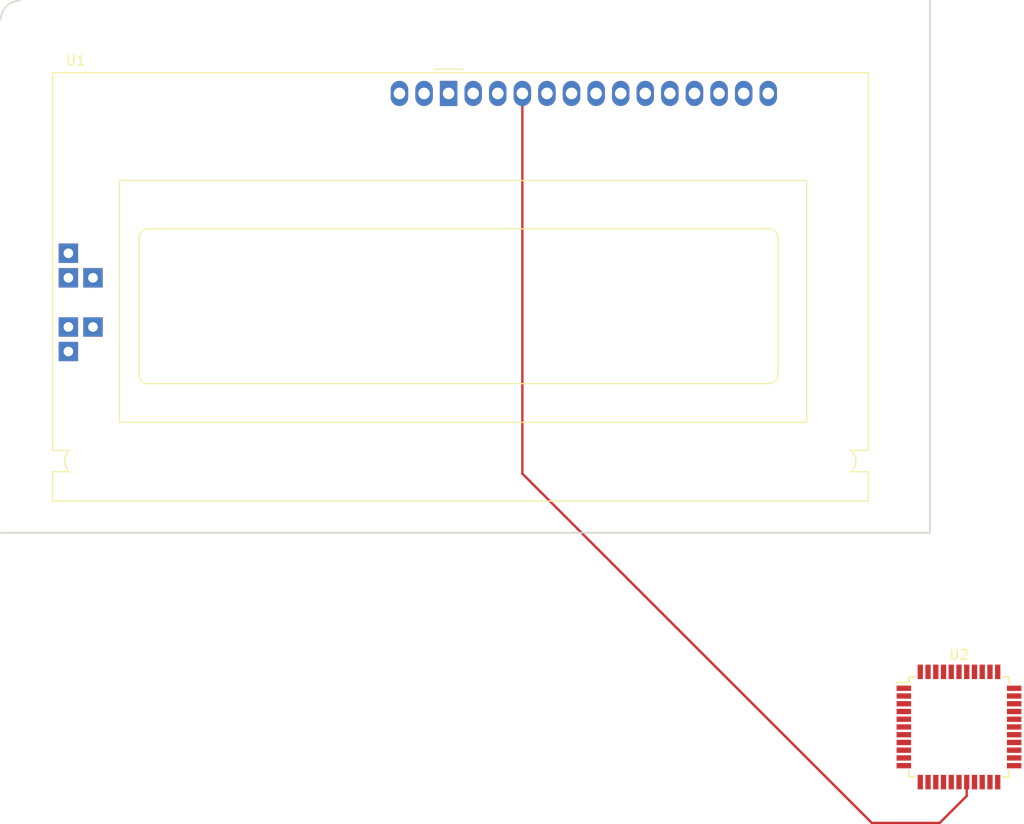
<source format=kicad_pcb>
(kicad_pcb (version 4) (host pcbnew 4.0.7)

  (general
    (links 1)
    (no_connects 0)
    (area 39.924999 36.924999 136.075001 92.075001)
    (thickness 1.6)
    (drawings 3)
    (tracks 5)
    (zones 0)
    (modules 2)
    (nets 60)
  )

  (page A4)
  (layers
    (0 F.Cu signal)
    (31 B.Cu signal)
    (32 B.Adhes user hide)
    (33 F.Adhes user hide)
    (34 B.Paste user)
    (35 F.Paste user)
    (36 B.SilkS user)
    (37 F.SilkS user)
    (38 B.Mask user)
    (39 F.Mask user)
    (40 Dwgs.User user)
    (41 Cmts.User user)
    (42 Eco1.User user)
    (43 Eco2.User user)
    (44 Edge.Cuts user)
    (45 Margin user)
    (46 B.CrtYd user)
    (47 F.CrtYd user)
    (48 B.Fab user)
    (49 F.Fab user)
  )

  (setup
    (last_trace_width 0.25)
    (trace_clearance 0.2)
    (zone_clearance 0.508)
    (zone_45_only no)
    (trace_min 0.2)
    (segment_width 0.2)
    (edge_width 0.15)
    (via_size 0.6)
    (via_drill 0.4)
    (via_min_size 0.4)
    (via_min_drill 0.3)
    (uvia_size 0.3)
    (uvia_drill 0.1)
    (uvias_allowed no)
    (uvia_min_size 0.2)
    (uvia_min_drill 0.1)
    (pcb_text_width 0.3)
    (pcb_text_size 1.5 1.5)
    (mod_edge_width 0.15)
    (mod_text_size 1 1)
    (mod_text_width 0.15)
    (pad_size 1.524 1.524)
    (pad_drill 0.762)
    (pad_to_mask_clearance 0.2)
    (aux_axis_origin 0 0)
    (visible_elements FFFFFF7F)
    (pcbplotparams
      (layerselection 0x00030_80000001)
      (usegerberextensions false)
      (excludeedgelayer true)
      (linewidth 0.100000)
      (plotframeref false)
      (viasonmask false)
      (mode 1)
      (useauxorigin false)
      (hpglpennumber 1)
      (hpglpenspeed 20)
      (hpglpendiameter 15)
      (hpglpenoverlay 2)
      (psnegative false)
      (psa4output false)
      (plotreference true)
      (plotvalue true)
      (plotinvisibletext false)
      (padsonsilk false)
      (subtractmaskfromsilk false)
      (outputformat 1)
      (mirror false)
      (drillshape 1)
      (scaleselection 1)
      (outputdirectory ""))
  )

  (net 0 "")
  (net 1 GND)
  (net 2 +3V3)
  (net 3 "Net-(U1-Pad3)")
  (net 4 "Net-(U1-Pad5)")
  (net 5 "Net-(U1-Pad6)")
  (net 6 "Net-(U1-Pad7)")
  (net 7 "Net-(U1-Pad8)")
  (net 8 "Net-(U1-Pad9)")
  (net 9 "Net-(U1-Pad10)")
  (net 10 "Net-(U1-Pad11)")
  (net 11 "Net-(U1-Pad12)")
  (net 12 "Net-(U1-Pad13)")
  (net 13 "Net-(U1-Pad14)")
  (net 14 "Net-(U1-Pad15)")
  (net 15 "Net-(U1-Pad16)")
  (net 16 "Net-(U2-Pad1)")
  (net 17 "Net-(U2-Pad2)")
  (net 18 "Net-(U2-Pad3)")
  (net 19 "Net-(U2-Pad4)")
  (net 20 "Net-(U2-Pad5)")
  (net 21 "Net-(U2-Pad6)")
  (net 22 "Net-(U2-Pad7)")
  (net 23 "Net-(U2-Pad8)")
  (net 24 "Net-(U2-Pad9)")
  (net 25 "Net-(U2-Pad10)")
  (net 26 "Net-(U2-Pad11)")
  (net 27 "Net-(U2-Pad12)")
  (net 28 "Net-(U2-Pad13)")
  (net 29 "Net-(U2-Pad14)")
  (net 30 "Net-(U2-Pad15)")
  (net 31 "Net-(U2-Pad16)")
  (net 32 "Net-(U2-Pad17)")
  (net 33 "Net-(U2-Pad19)")
  (net 34 "Net-(U2-Pad20)")
  (net 35 "Net-(U2-Pad21)")
  (net 36 "Net-(U2-Pad22)")
  (net 37 "Net-(U2-Pad23)")
  (net 38 "Net-(U2-Pad24)")
  (net 39 "Net-(U2-Pad25)")
  (net 40 "Net-(U2-Pad26)")
  (net 41 "Net-(U2-Pad27)")
  (net 42 "Net-(U2-Pad28)")
  (net 43 "Net-(U2-Pad29)")
  (net 44 "Net-(U2-Pad30)")
  (net 45 "Net-(U2-Pad31)")
  (net 46 "Net-(U2-Pad32)")
  (net 47 "Net-(U2-Pad33)")
  (net 48 "Net-(U2-Pad34)")
  (net 49 "Net-(U2-Pad35)")
  (net 50 "Net-(U2-Pad36)")
  (net 51 "Net-(U2-Pad37)")
  (net 52 "Net-(U2-Pad38)")
  (net 53 "Net-(U2-Pad39)")
  (net 54 "Net-(U2-Pad40)")
  (net 55 "Net-(U2-Pad41)")
  (net 56 "Net-(U2-Pad42)")
  (net 57 "Net-(U2-Pad43)")
  (net 58 "Net-(U2-Pad44)")
  (net 59 /DisRegSelect)

  (net_class Default "This is the default net class."
    (clearance 0.2)
    (trace_width 0.25)
    (via_dia 0.6)
    (via_drill 0.4)
    (uvia_dia 0.3)
    (uvia_drill 0.1)
    (add_net +3V3)
    (add_net /DisRegSelect)
    (add_net GND)
    (add_net "Net-(U1-Pad10)")
    (add_net "Net-(U1-Pad11)")
    (add_net "Net-(U1-Pad12)")
    (add_net "Net-(U1-Pad13)")
    (add_net "Net-(U1-Pad14)")
    (add_net "Net-(U1-Pad15)")
    (add_net "Net-(U1-Pad16)")
    (add_net "Net-(U1-Pad3)")
    (add_net "Net-(U1-Pad5)")
    (add_net "Net-(U1-Pad6)")
    (add_net "Net-(U1-Pad7)")
    (add_net "Net-(U1-Pad8)")
    (add_net "Net-(U1-Pad9)")
    (add_net "Net-(U2-Pad1)")
    (add_net "Net-(U2-Pad10)")
    (add_net "Net-(U2-Pad11)")
    (add_net "Net-(U2-Pad12)")
    (add_net "Net-(U2-Pad13)")
    (add_net "Net-(U2-Pad14)")
    (add_net "Net-(U2-Pad15)")
    (add_net "Net-(U2-Pad16)")
    (add_net "Net-(U2-Pad17)")
    (add_net "Net-(U2-Pad19)")
    (add_net "Net-(U2-Pad2)")
    (add_net "Net-(U2-Pad20)")
    (add_net "Net-(U2-Pad21)")
    (add_net "Net-(U2-Pad22)")
    (add_net "Net-(U2-Pad23)")
    (add_net "Net-(U2-Pad24)")
    (add_net "Net-(U2-Pad25)")
    (add_net "Net-(U2-Pad26)")
    (add_net "Net-(U2-Pad27)")
    (add_net "Net-(U2-Pad28)")
    (add_net "Net-(U2-Pad29)")
    (add_net "Net-(U2-Pad3)")
    (add_net "Net-(U2-Pad30)")
    (add_net "Net-(U2-Pad31)")
    (add_net "Net-(U2-Pad32)")
    (add_net "Net-(U2-Pad33)")
    (add_net "Net-(U2-Pad34)")
    (add_net "Net-(U2-Pad35)")
    (add_net "Net-(U2-Pad36)")
    (add_net "Net-(U2-Pad37)")
    (add_net "Net-(U2-Pad38)")
    (add_net "Net-(U2-Pad39)")
    (add_net "Net-(U2-Pad4)")
    (add_net "Net-(U2-Pad40)")
    (add_net "Net-(U2-Pad41)")
    (add_net "Net-(U2-Pad42)")
    (add_net "Net-(U2-Pad43)")
    (add_net "Net-(U2-Pad44)")
    (add_net "Net-(U2-Pad5)")
    (add_net "Net-(U2-Pad6)")
    (add_net "Net-(U2-Pad7)")
    (add_net "Net-(U2-Pad8)")
    (add_net "Net-(U2-Pad9)")
  )

  (module Displays:RC1602A (layer F.Cu) (tedit 598F19CE) (tstamp 5B53642D)
    (at 86.2711 46.5836)
    (descr http://www.raystar-optronics.com/down.php?ProID=18)
    (tags "LCD 16x2 Alphanumeric 16pin")
    (path /5B535E98)
    (fp_text reference U1 (at -38.53 -3.41 180) (layer F.SilkS)
      (effects (font (size 1 1) (thickness 0.15)))
    )
    (fp_text value RC1602A (at -37.22 43.58 180) (layer F.Fab)
      (effects (font (size 1 1) (thickness 0.15)))
    )
    (fp_arc (start -38.28 38) (end -39.1 39.11) (angle 90) (layer F.SilkS) (width 0.12))
    (fp_arc (start -38.28 38) (end -39.39 38.82) (angle 90) (layer F.SilkS) (width 0.12))
    (fp_arc (start 40.73 38) (end 41.5 36.89) (angle 90) (layer F.SilkS) (width 0.12))
    (fp_arc (start 40.72 38) (end 41.84 37.21) (angle 90) (layer F.SilkS) (width 0.12))
    (fp_arc (start -38.28 38) (end -37.04 38) (angle 90) (layer F.Fab) (width 0.1))
    (fp_arc (start -38.28 38) (end -38.28 36.76) (angle 90) (layer F.Fab) (width 0.1))
    (fp_arc (start 40.72 38) (end 40.73 39.25) (angle 90) (layer F.Fab) (width 0.1))
    (fp_arc (start 40.72 38) (end 39.47 37.99) (angle 90) (layer F.Fab) (width 0.1))
    (fp_line (start -40.92 39.11) (end -39.1 39.11) (layer F.SilkS) (width 0.12))
    (fp_line (start -40.78 39.25) (end -38.28 39.25) (layer F.Fab) (width 0.1))
    (fp_line (start -40.92 42.14) (end -40.92 39.11) (layer F.SilkS) (width 0.12))
    (fp_line (start -41.03 42.25) (end -41.03 -2.25) (layer F.CrtYd) (width 0.05))
    (fp_line (start -40.78 41.99) (end -40.78 39.25) (layer F.Fab) (width 0.1))
    (fp_line (start -40.92 36.89) (end -39.1 36.89) (layer F.SilkS) (width 0.12))
    (fp_line (start -40.78 36.75) (end -38.28 36.75) (layer F.Fab) (width 0.1))
    (fp_line (start 43.47 42.25) (end 43.47 -2.25) (layer F.CrtYd) (width 0.05))
    (fp_line (start 41.5 39.11) (end 43.36 39.11) (layer F.SilkS) (width 0.12))
    (fp_line (start 43.36 39.11) (end 43.36 42.14) (layer F.SilkS) (width 0.12))
    (fp_line (start 43.36 36.89) (end 41.5 36.89) (layer F.SilkS) (width 0.12))
    (fp_line (start 40.72 39.25) (end 43.22 39.25) (layer F.Fab) (width 0.1))
    (fp_line (start 43.22 36.75) (end 40.72 36.75) (layer F.Fab) (width 0.1))
    (fp_line (start 43.22 39.25) (end 43.22 42) (layer F.Fab) (width 0.1))
    (fp_line (start 43.36 42.14) (end -40.92 42.14) (layer F.SilkS) (width 0.12))
    (fp_line (start -40.92 36.89) (end -40.92 -2.14) (layer F.SilkS) (width 0.12))
    (fp_line (start -40.92 -2.14) (end 43.36 -2.14) (layer F.SilkS) (width 0.12))
    (fp_line (start 43.36 -2.14) (end 43.36 36.89) (layer F.SilkS) (width 0.12))
    (fp_line (start -1.5 -2.5) (end 1.5 -2.5) (layer F.SilkS) (width 0.12))
    (fp_line (start -41.03 42.25) (end 43.47 42.25) (layer F.CrtYd) (width 0.05))
    (fp_line (start -41.03 -2.25) (end 43.47 -2.25) (layer F.CrtYd) (width 0.05))
    (fp_line (start 0 -1) (end 1 -2) (layer F.Fab) (width 0.1))
    (fp_line (start -1 -2) (end 0 -1) (layer F.Fab) (width 0.1))
    (fp_line (start -40.78 -2) (end -1 -2) (layer F.Fab) (width 0.1))
    (fp_text user %R (at 0.185 21.705) (layer F.Fab)
      (effects (font (size 1 1) (thickness 0.15)))
    )
    (fp_line (start 34.03 15) (end 34.03 29) (layer F.SilkS) (width 0.12))
    (fp_line (start -31 14) (end 33 14) (layer F.SilkS) (width 0.12))
    (fp_line (start -32 29) (end -32 15) (layer F.SilkS) (width 0.12))
    (fp_line (start 33 30) (end -31 30) (layer F.SilkS) (width 0.12))
    (fp_arc (start -30.99464 29.02294) (end -30.99464 30.0237) (angle 90) (layer F.SilkS) (width 0.12))
    (fp_arc (start -31.00464 15.00246) (end -32.00286 15.00246) (angle 90) (layer F.SilkS) (width 0.12))
    (fp_arc (start 33.03574 14.99246) (end 33.03574 13.99424) (angle 90) (layer F.SilkS) (width 0.12))
    (fp_arc (start 33.02574 29.00294) (end 34.0265 29.00294) (angle 90) (layer F.SilkS) (width 0.12))
    (fp_line (start 37 34) (end -34 34) (layer F.SilkS) (width 0.12))
    (fp_line (start -34 34) (end -34 9) (layer F.SilkS) (width 0.12))
    (fp_line (start -34 9) (end 37 9) (layer F.SilkS) (width 0.12))
    (fp_line (start 37 9) (end 37 34) (layer F.SilkS) (width 0.12))
    (fp_line (start -40.78 36.75) (end -40.78 -2) (layer F.Fab) (width 0.1))
    (fp_line (start 1 -2) (end 43.22 -2) (layer F.Fab) (width 0.1))
    (fp_line (start 43.22 42) (end -40.78 42) (layer F.Fab) (width 0.1))
    (fp_line (start 43.22 -2) (end 43.22 36.75) (layer F.Fab) (width 0.1))
    (pad 1 thru_hole rect (at 0 0 180) (size 1.8 2.6) (drill 1.2) (layers *.Cu *.Mask)
      (net 1 GND))
    (pad 2 thru_hole oval (at 2.54 0 180) (size 1.8 2.6) (drill 1.2) (layers *.Cu *.Mask)
      (net 2 +3V3))
    (pad 3 thru_hole oval (at 5.08 0 180) (size 1.8 2.6) (drill 1.2) (layers *.Cu *.Mask)
      (net 3 "Net-(U1-Pad3)"))
    (pad 4 thru_hole oval (at 7.62 0 180) (size 1.8 2.6) (drill 1.2) (layers *.Cu *.Mask)
      (net 59 /DisRegSelect))
    (pad 5 thru_hole oval (at 10.16 0 180) (size 1.8 2.6) (drill 1.2) (layers *.Cu *.Mask)
      (net 4 "Net-(U1-Pad5)"))
    (pad 6 thru_hole oval (at 12.7 0 180) (size 1.8 2.6) (drill 1.2) (layers *.Cu *.Mask)
      (net 5 "Net-(U1-Pad6)"))
    (pad 7 thru_hole oval (at 15.24 0 180) (size 1.8 2.6) (drill 1.2) (layers *.Cu *.Mask)
      (net 6 "Net-(U1-Pad7)"))
    (pad 8 thru_hole oval (at 17.78 0 180) (size 1.8 2.6) (drill 1.2) (layers *.Cu *.Mask)
      (net 7 "Net-(U1-Pad8)"))
    (pad 9 thru_hole oval (at 20.32 0 180) (size 1.8 2.6) (drill 1.2) (layers *.Cu *.Mask)
      (net 8 "Net-(U1-Pad9)"))
    (pad 10 thru_hole oval (at 22.86 0 180) (size 1.8 2.6) (drill 1.2) (layers *.Cu *.Mask)
      (net 9 "Net-(U1-Pad10)"))
    (pad 11 thru_hole oval (at 25.4 0 180) (size 1.8 2.6) (drill 1.2) (layers *.Cu *.Mask)
      (net 10 "Net-(U1-Pad11)"))
    (pad 12 thru_hole oval (at 27.94 0 180) (size 1.8 2.6) (drill 1.2) (layers *.Cu *.Mask)
      (net 11 "Net-(U1-Pad12)"))
    (pad 13 thru_hole oval (at 30.48508 0.00254 180) (size 1.8 2.6) (drill 1.2) (layers *.Cu *.Mask)
      (net 12 "Net-(U1-Pad13)"))
    (pad 14 thru_hole oval (at 33.02 0 180) (size 1.8 2.6) (drill 1.2) (layers *.Cu *.Mask)
      (net 13 "Net-(U1-Pad14)"))
    (pad 15 thru_hole oval (at -5.08 0 180) (size 1.8 2.6) (drill 1.2) (layers *.Cu *.Mask)
      (net 14 "Net-(U1-Pad15)"))
    (pad 16 thru_hole oval (at -2.53492 0.00254 180) (size 1.8 2.6) (drill 1.2) (layers *.Cu *.Mask)
      (net 15 "Net-(U1-Pad16)"))
    (pad "" np_thru_hole circle (at 39.22 2 180) (size 2.5 2.5) (drill 2.5) (layers *.Cu *.Mask))
    (pad "" np_thru_hole circle (at 40.72 38 180) (size 2.5 2.5) (drill 2.5) (layers *.Cu *.Mask))
    (pad "" np_thru_hole circle (at -38.28 38 180) (size 2.5 2.5) (drill 2.5) (layers *.Cu *.Mask))
    (pad "" np_thru_hole circle (at -36.78 2 180) (size 2.5 2.5) (drill 2.5) (layers *.Cu *.Mask))
    (pad A1 thru_hole rect (at -39.28 26.68 180) (size 2 2) (drill 1) (layers *.Cu *.Mask))
    (pad A1 thru_hole rect (at -39.28 24.14 180) (size 2 2) (drill 1) (layers *.Cu *.Mask))
    (pad A1 thru_hole rect (at -36.74 24.14 180) (size 2 2) (drill 1) (layers *.Cu *.Mask))
    (pad K1 thru_hole rect (at -36.74 19.06 180) (size 2 2) (drill 1) (layers *.Cu *.Mask))
    (pad K1 thru_hole rect (at -39.28 19.06 180) (size 2 2) (drill 1) (layers *.Cu *.Mask))
    (pad K1 thru_hole rect (at -39.28 16.52 180) (size 2 2) (drill 1) (layers *.Cu *.Mask))
    (model ${KISYS3DMOD}/Displays.3dshapes/RC1602A.wrl
      (at (xyz 0 0 0))
      (scale (xyz 1 1 1))
      (rotate (xyz 0 0 0))
    )
  )

  (module Housings_QFP:TQFP-44_10x10mm_Pitch0.8mm (layer F.Cu) (tedit 58CC9A48) (tstamp 5B5366F4)
    (at 139 112.075001)
    (descr "44-Lead Plastic Thin Quad Flatpack (PT) - 10x10x1.0 mm Body [TQFP] (see Microchip Packaging Specification 00000049BS.pdf)")
    (tags "QFP 0.8")
    (path /5B5362AF)
    (attr smd)
    (fp_text reference U2 (at 0 -7.45) (layer F.SilkS)
      (effects (font (size 1 1) (thickness 0.15)))
    )
    (fp_text value ATMEGA32U4-AU (at 0 7.45) (layer F.Fab)
      (effects (font (size 1 1) (thickness 0.15)))
    )
    (fp_text user %R (at 0 0) (layer F.Fab)
      (effects (font (size 1 1) (thickness 0.15)))
    )
    (fp_line (start -4 -5) (end 5 -5) (layer F.Fab) (width 0.15))
    (fp_line (start 5 -5) (end 5 5) (layer F.Fab) (width 0.15))
    (fp_line (start 5 5) (end -5 5) (layer F.Fab) (width 0.15))
    (fp_line (start -5 5) (end -5 -4) (layer F.Fab) (width 0.15))
    (fp_line (start -5 -4) (end -4 -5) (layer F.Fab) (width 0.15))
    (fp_line (start -6.7 -6.7) (end -6.7 6.7) (layer F.CrtYd) (width 0.05))
    (fp_line (start 6.7 -6.7) (end 6.7 6.7) (layer F.CrtYd) (width 0.05))
    (fp_line (start -6.7 -6.7) (end 6.7 -6.7) (layer F.CrtYd) (width 0.05))
    (fp_line (start -6.7 6.7) (end 6.7 6.7) (layer F.CrtYd) (width 0.05))
    (fp_line (start -5.175 -5.175) (end -5.175 -4.6) (layer F.SilkS) (width 0.15))
    (fp_line (start 5.175 -5.175) (end 5.175 -4.5) (layer F.SilkS) (width 0.15))
    (fp_line (start 5.175 5.175) (end 5.175 4.5) (layer F.SilkS) (width 0.15))
    (fp_line (start -5.175 5.175) (end -5.175 4.5) (layer F.SilkS) (width 0.15))
    (fp_line (start -5.175 -5.175) (end -4.5 -5.175) (layer F.SilkS) (width 0.15))
    (fp_line (start -5.175 5.175) (end -4.5 5.175) (layer F.SilkS) (width 0.15))
    (fp_line (start 5.175 5.175) (end 4.5 5.175) (layer F.SilkS) (width 0.15))
    (fp_line (start 5.175 -5.175) (end 4.5 -5.175) (layer F.SilkS) (width 0.15))
    (fp_line (start -5.175 -4.6) (end -6.45 -4.6) (layer F.SilkS) (width 0.15))
    (pad 1 smd rect (at -5.7 -4) (size 1.5 0.55) (layers F.Cu F.Paste F.Mask)
      (net 16 "Net-(U2-Pad1)"))
    (pad 2 smd rect (at -5.7 -3.2) (size 1.5 0.55) (layers F.Cu F.Paste F.Mask)
      (net 17 "Net-(U2-Pad2)"))
    (pad 3 smd rect (at -5.7 -2.4) (size 1.5 0.55) (layers F.Cu F.Paste F.Mask)
      (net 18 "Net-(U2-Pad3)"))
    (pad 4 smd rect (at -5.7 -1.6) (size 1.5 0.55) (layers F.Cu F.Paste F.Mask)
      (net 19 "Net-(U2-Pad4)"))
    (pad 5 smd rect (at -5.7 -0.8) (size 1.5 0.55) (layers F.Cu F.Paste F.Mask)
      (net 20 "Net-(U2-Pad5)"))
    (pad 6 smd rect (at -5.7 0) (size 1.5 0.55) (layers F.Cu F.Paste F.Mask)
      (net 21 "Net-(U2-Pad6)"))
    (pad 7 smd rect (at -5.7 0.8) (size 1.5 0.55) (layers F.Cu F.Paste F.Mask)
      (net 22 "Net-(U2-Pad7)"))
    (pad 8 smd rect (at -5.7 1.6) (size 1.5 0.55) (layers F.Cu F.Paste F.Mask)
      (net 23 "Net-(U2-Pad8)"))
    (pad 9 smd rect (at -5.7 2.4) (size 1.5 0.55) (layers F.Cu F.Paste F.Mask)
      (net 24 "Net-(U2-Pad9)"))
    (pad 10 smd rect (at -5.7 3.2) (size 1.5 0.55) (layers F.Cu F.Paste F.Mask)
      (net 25 "Net-(U2-Pad10)"))
    (pad 11 smd rect (at -5.7 4) (size 1.5 0.55) (layers F.Cu F.Paste F.Mask)
      (net 26 "Net-(U2-Pad11)"))
    (pad 12 smd rect (at -4 5.7 90) (size 1.5 0.55) (layers F.Cu F.Paste F.Mask)
      (net 27 "Net-(U2-Pad12)"))
    (pad 13 smd rect (at -3.2 5.7 90) (size 1.5 0.55) (layers F.Cu F.Paste F.Mask)
      (net 28 "Net-(U2-Pad13)"))
    (pad 14 smd rect (at -2.4 5.7 90) (size 1.5 0.55) (layers F.Cu F.Paste F.Mask)
      (net 29 "Net-(U2-Pad14)"))
    (pad 15 smd rect (at -1.6 5.7 90) (size 1.5 0.55) (layers F.Cu F.Paste F.Mask)
      (net 30 "Net-(U2-Pad15)"))
    (pad 16 smd rect (at -0.8 5.7 90) (size 1.5 0.55) (layers F.Cu F.Paste F.Mask)
      (net 31 "Net-(U2-Pad16)"))
    (pad 17 smd rect (at 0 5.7 90) (size 1.5 0.55) (layers F.Cu F.Paste F.Mask)
      (net 32 "Net-(U2-Pad17)"))
    (pad 18 smd rect (at 0.8 5.7 90) (size 1.5 0.55) (layers F.Cu F.Paste F.Mask)
      (net 59 /DisRegSelect))
    (pad 19 smd rect (at 1.6 5.7 90) (size 1.5 0.55) (layers F.Cu F.Paste F.Mask)
      (net 33 "Net-(U2-Pad19)"))
    (pad 20 smd rect (at 2.4 5.7 90) (size 1.5 0.55) (layers F.Cu F.Paste F.Mask)
      (net 34 "Net-(U2-Pad20)"))
    (pad 21 smd rect (at 3.2 5.7 90) (size 1.5 0.55) (layers F.Cu F.Paste F.Mask)
      (net 35 "Net-(U2-Pad21)"))
    (pad 22 smd rect (at 4 5.7 90) (size 1.5 0.55) (layers F.Cu F.Paste F.Mask)
      (net 36 "Net-(U2-Pad22)"))
    (pad 23 smd rect (at 5.7 4) (size 1.5 0.55) (layers F.Cu F.Paste F.Mask)
      (net 37 "Net-(U2-Pad23)"))
    (pad 24 smd rect (at 5.7 3.2) (size 1.5 0.55) (layers F.Cu F.Paste F.Mask)
      (net 38 "Net-(U2-Pad24)"))
    (pad 25 smd rect (at 5.7 2.4) (size 1.5 0.55) (layers F.Cu F.Paste F.Mask)
      (net 39 "Net-(U2-Pad25)"))
    (pad 26 smd rect (at 5.7 1.6) (size 1.5 0.55) (layers F.Cu F.Paste F.Mask)
      (net 40 "Net-(U2-Pad26)"))
    (pad 27 smd rect (at 5.7 0.8) (size 1.5 0.55) (layers F.Cu F.Paste F.Mask)
      (net 41 "Net-(U2-Pad27)"))
    (pad 28 smd rect (at 5.7 0) (size 1.5 0.55) (layers F.Cu F.Paste F.Mask)
      (net 42 "Net-(U2-Pad28)"))
    (pad 29 smd rect (at 5.7 -0.8) (size 1.5 0.55) (layers F.Cu F.Paste F.Mask)
      (net 43 "Net-(U2-Pad29)"))
    (pad 30 smd rect (at 5.7 -1.6) (size 1.5 0.55) (layers F.Cu F.Paste F.Mask)
      (net 44 "Net-(U2-Pad30)"))
    (pad 31 smd rect (at 5.7 -2.4) (size 1.5 0.55) (layers F.Cu F.Paste F.Mask)
      (net 45 "Net-(U2-Pad31)"))
    (pad 32 smd rect (at 5.7 -3.2) (size 1.5 0.55) (layers F.Cu F.Paste F.Mask)
      (net 46 "Net-(U2-Pad32)"))
    (pad 33 smd rect (at 5.7 -4) (size 1.5 0.55) (layers F.Cu F.Paste F.Mask)
      (net 47 "Net-(U2-Pad33)"))
    (pad 34 smd rect (at 4 -5.7 90) (size 1.5 0.55) (layers F.Cu F.Paste F.Mask)
      (net 48 "Net-(U2-Pad34)"))
    (pad 35 smd rect (at 3.2 -5.7 90) (size 1.5 0.55) (layers F.Cu F.Paste F.Mask)
      (net 49 "Net-(U2-Pad35)"))
    (pad 36 smd rect (at 2.4 -5.7 90) (size 1.5 0.55) (layers F.Cu F.Paste F.Mask)
      (net 50 "Net-(U2-Pad36)"))
    (pad 37 smd rect (at 1.6 -5.7 90) (size 1.5 0.55) (layers F.Cu F.Paste F.Mask)
      (net 51 "Net-(U2-Pad37)"))
    (pad 38 smd rect (at 0.8 -5.7 90) (size 1.5 0.55) (layers F.Cu F.Paste F.Mask)
      (net 52 "Net-(U2-Pad38)"))
    (pad 39 smd rect (at 0 -5.7 90) (size 1.5 0.55) (layers F.Cu F.Paste F.Mask)
      (net 53 "Net-(U2-Pad39)"))
    (pad 40 smd rect (at -0.8 -5.7 90) (size 1.5 0.55) (layers F.Cu F.Paste F.Mask)
      (net 54 "Net-(U2-Pad40)"))
    (pad 41 smd rect (at -1.6 -5.7 90) (size 1.5 0.55) (layers F.Cu F.Paste F.Mask)
      (net 55 "Net-(U2-Pad41)"))
    (pad 42 smd rect (at -2.4 -5.7 90) (size 1.5 0.55) (layers F.Cu F.Paste F.Mask)
      (net 56 "Net-(U2-Pad42)"))
    (pad 43 smd rect (at -3.2 -5.7 90) (size 1.5 0.55) (layers F.Cu F.Paste F.Mask)
      (net 57 "Net-(U2-Pad43)"))
    (pad 44 smd rect (at -4 -5.7 90) (size 1.5 0.55) (layers F.Cu F.Paste F.Mask)
      (net 58 "Net-(U2-Pad44)"))
    (model ${KISYS3DMOD}/Housings_QFP.3dshapes/TQFP-44_10x10mm_Pitch0.8mm.wrl
      (at (xyz 0 0 0))
      (scale (xyz 1 1 1))
      (rotate (xyz 0 0 0))
    )
  )

  (gr_arc (start 42 39) (end 40 39) (angle 90) (layer Edge.Cuts) (width 0.15))
  (gr_line (start 136 92) (end 40 92) (angle 90) (layer Edge.Cuts) (width 0.15))
  (gr_line (start 136 37) (end 136 92) (angle 90) (layer Edge.Cuts) (width 0.15))

  (segment (start 139.8 117.775001) (end 139.8 119.2) (width 0.25) (layer F.Cu) (net 59) (status 400000))
  (segment (start 93.8911 85.8911) (end 93.8911 46.5836) (width 0.25) (layer F.Cu) (net 59) (tstamp 5B536790) (status 800000))
  (segment (start 130 122) (end 93.8911 85.8911) (width 0.25) (layer F.Cu) (net 59) (tstamp 5B53678E))
  (segment (start 137 122) (end 130 122) (width 0.25) (layer F.Cu) (net 59) (tstamp 5B53678C))
  (segment (start 139.8 119.2) (end 137 122) (width 0.25) (layer F.Cu) (net 59) (tstamp 5B53678A))

)

</source>
